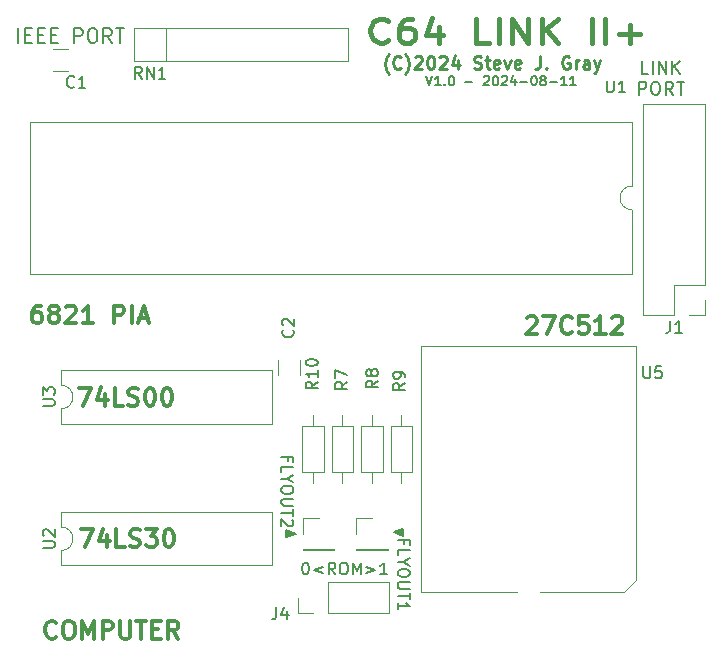
<source format=gbr>
%TF.GenerationSoftware,KiCad,Pcbnew,8.0.4*%
%TF.CreationDate,2024-08-11T23:39:21-04:00*%
%TF.ProjectId,RTC-Link2p,5254432d-4c69-46e6-9b32-702e6b696361,rev?*%
%TF.SameCoordinates,Original*%
%TF.FileFunction,Legend,Top*%
%TF.FilePolarity,Positive*%
%FSLAX46Y46*%
G04 Gerber Fmt 4.6, Leading zero omitted, Abs format (unit mm)*
G04 Created by KiCad (PCBNEW 8.0.4) date 2024-08-11 23:39:21*
%MOMM*%
%LPD*%
G01*
G04 APERTURE LIST*
%ADD10C,0.150000*%
%ADD11C,0.300000*%
%ADD12C,0.220000*%
%ADD13C,0.200000*%
%ADD14C,0.400000*%
%ADD15C,0.120000*%
G04 APERTURE END LIST*
D10*
X147802600Y-99237800D02*
X146989800Y-99517200D01*
X146989800Y-98933000D01*
X147802600Y-99237800D01*
G36*
X147802600Y-99237800D02*
G01*
X146989800Y-99517200D01*
X146989800Y-98933000D01*
X147802600Y-99237800D01*
G37*
X156921200Y-99415600D02*
X156108400Y-99110800D01*
X156921200Y-98831400D01*
X156921200Y-99415600D01*
G36*
X156921200Y-99415600D02*
G01*
X156108400Y-99110800D01*
X156921200Y-98831400D01*
X156921200Y-99415600D01*
G37*
X148583855Y-101663619D02*
X148679093Y-101663619D01*
X148679093Y-101663619D02*
X148774331Y-101711238D01*
X148774331Y-101711238D02*
X148821950Y-101758857D01*
X148821950Y-101758857D02*
X148869569Y-101854095D01*
X148869569Y-101854095D02*
X148917188Y-102044571D01*
X148917188Y-102044571D02*
X148917188Y-102282666D01*
X148917188Y-102282666D02*
X148869569Y-102473142D01*
X148869569Y-102473142D02*
X148821950Y-102568380D01*
X148821950Y-102568380D02*
X148774331Y-102616000D01*
X148774331Y-102616000D02*
X148679093Y-102663619D01*
X148679093Y-102663619D02*
X148583855Y-102663619D01*
X148583855Y-102663619D02*
X148488617Y-102616000D01*
X148488617Y-102616000D02*
X148440998Y-102568380D01*
X148440998Y-102568380D02*
X148393379Y-102473142D01*
X148393379Y-102473142D02*
X148345760Y-102282666D01*
X148345760Y-102282666D02*
X148345760Y-102044571D01*
X148345760Y-102044571D02*
X148393379Y-101854095D01*
X148393379Y-101854095D02*
X148440998Y-101758857D01*
X148440998Y-101758857D02*
X148488617Y-101711238D01*
X148488617Y-101711238D02*
X148583855Y-101663619D01*
X150107665Y-101996952D02*
X149345760Y-102282666D01*
X149345760Y-102282666D02*
X150107665Y-102568380D01*
X151155283Y-102663619D02*
X150821950Y-102187428D01*
X150583855Y-102663619D02*
X150583855Y-101663619D01*
X150583855Y-101663619D02*
X150964807Y-101663619D01*
X150964807Y-101663619D02*
X151060045Y-101711238D01*
X151060045Y-101711238D02*
X151107664Y-101758857D01*
X151107664Y-101758857D02*
X151155283Y-101854095D01*
X151155283Y-101854095D02*
X151155283Y-101996952D01*
X151155283Y-101996952D02*
X151107664Y-102092190D01*
X151107664Y-102092190D02*
X151060045Y-102139809D01*
X151060045Y-102139809D02*
X150964807Y-102187428D01*
X150964807Y-102187428D02*
X150583855Y-102187428D01*
X151774331Y-101663619D02*
X151964807Y-101663619D01*
X151964807Y-101663619D02*
X152060045Y-101711238D01*
X152060045Y-101711238D02*
X152155283Y-101806476D01*
X152155283Y-101806476D02*
X152202902Y-101996952D01*
X152202902Y-101996952D02*
X152202902Y-102330285D01*
X152202902Y-102330285D02*
X152155283Y-102520761D01*
X152155283Y-102520761D02*
X152060045Y-102616000D01*
X152060045Y-102616000D02*
X151964807Y-102663619D01*
X151964807Y-102663619D02*
X151774331Y-102663619D01*
X151774331Y-102663619D02*
X151679093Y-102616000D01*
X151679093Y-102616000D02*
X151583855Y-102520761D01*
X151583855Y-102520761D02*
X151536236Y-102330285D01*
X151536236Y-102330285D02*
X151536236Y-101996952D01*
X151536236Y-101996952D02*
X151583855Y-101806476D01*
X151583855Y-101806476D02*
X151679093Y-101711238D01*
X151679093Y-101711238D02*
X151774331Y-101663619D01*
X152631474Y-102663619D02*
X152631474Y-101663619D01*
X152631474Y-101663619D02*
X152964807Y-102377904D01*
X152964807Y-102377904D02*
X153298140Y-101663619D01*
X153298140Y-101663619D02*
X153298140Y-102663619D01*
X153774331Y-101996952D02*
X154536236Y-102282666D01*
X154536236Y-102282666D02*
X153774331Y-102568380D01*
X155536235Y-102663619D02*
X154964807Y-102663619D01*
X155250521Y-102663619D02*
X155250521Y-101663619D01*
X155250521Y-101663619D02*
X155155283Y-101806476D01*
X155155283Y-101806476D02*
X155060045Y-101901714D01*
X155060045Y-101901714D02*
X154964807Y-101949333D01*
D11*
X126197368Y-79900828D02*
X125911653Y-79900828D01*
X125911653Y-79900828D02*
X125768796Y-79972257D01*
X125768796Y-79972257D02*
X125697368Y-80043685D01*
X125697368Y-80043685D02*
X125554510Y-80257971D01*
X125554510Y-80257971D02*
X125483082Y-80543685D01*
X125483082Y-80543685D02*
X125483082Y-81115114D01*
X125483082Y-81115114D02*
X125554510Y-81257971D01*
X125554510Y-81257971D02*
X125625939Y-81329400D01*
X125625939Y-81329400D02*
X125768796Y-81400828D01*
X125768796Y-81400828D02*
X126054510Y-81400828D01*
X126054510Y-81400828D02*
X126197368Y-81329400D01*
X126197368Y-81329400D02*
X126268796Y-81257971D01*
X126268796Y-81257971D02*
X126340225Y-81115114D01*
X126340225Y-81115114D02*
X126340225Y-80757971D01*
X126340225Y-80757971D02*
X126268796Y-80615114D01*
X126268796Y-80615114D02*
X126197368Y-80543685D01*
X126197368Y-80543685D02*
X126054510Y-80472257D01*
X126054510Y-80472257D02*
X125768796Y-80472257D01*
X125768796Y-80472257D02*
X125625939Y-80543685D01*
X125625939Y-80543685D02*
X125554510Y-80615114D01*
X125554510Y-80615114D02*
X125483082Y-80757971D01*
X127197367Y-80543685D02*
X127054510Y-80472257D01*
X127054510Y-80472257D02*
X126983081Y-80400828D01*
X126983081Y-80400828D02*
X126911653Y-80257971D01*
X126911653Y-80257971D02*
X126911653Y-80186542D01*
X126911653Y-80186542D02*
X126983081Y-80043685D01*
X126983081Y-80043685D02*
X127054510Y-79972257D01*
X127054510Y-79972257D02*
X127197367Y-79900828D01*
X127197367Y-79900828D02*
X127483081Y-79900828D01*
X127483081Y-79900828D02*
X127625939Y-79972257D01*
X127625939Y-79972257D02*
X127697367Y-80043685D01*
X127697367Y-80043685D02*
X127768796Y-80186542D01*
X127768796Y-80186542D02*
X127768796Y-80257971D01*
X127768796Y-80257971D02*
X127697367Y-80400828D01*
X127697367Y-80400828D02*
X127625939Y-80472257D01*
X127625939Y-80472257D02*
X127483081Y-80543685D01*
X127483081Y-80543685D02*
X127197367Y-80543685D01*
X127197367Y-80543685D02*
X127054510Y-80615114D01*
X127054510Y-80615114D02*
X126983081Y-80686542D01*
X126983081Y-80686542D02*
X126911653Y-80829400D01*
X126911653Y-80829400D02*
X126911653Y-81115114D01*
X126911653Y-81115114D02*
X126983081Y-81257971D01*
X126983081Y-81257971D02*
X127054510Y-81329400D01*
X127054510Y-81329400D02*
X127197367Y-81400828D01*
X127197367Y-81400828D02*
X127483081Y-81400828D01*
X127483081Y-81400828D02*
X127625939Y-81329400D01*
X127625939Y-81329400D02*
X127697367Y-81257971D01*
X127697367Y-81257971D02*
X127768796Y-81115114D01*
X127768796Y-81115114D02*
X127768796Y-80829400D01*
X127768796Y-80829400D02*
X127697367Y-80686542D01*
X127697367Y-80686542D02*
X127625939Y-80615114D01*
X127625939Y-80615114D02*
X127483081Y-80543685D01*
X128340224Y-80043685D02*
X128411652Y-79972257D01*
X128411652Y-79972257D02*
X128554510Y-79900828D01*
X128554510Y-79900828D02*
X128911652Y-79900828D01*
X128911652Y-79900828D02*
X129054510Y-79972257D01*
X129054510Y-79972257D02*
X129125938Y-80043685D01*
X129125938Y-80043685D02*
X129197367Y-80186542D01*
X129197367Y-80186542D02*
X129197367Y-80329400D01*
X129197367Y-80329400D02*
X129125938Y-80543685D01*
X129125938Y-80543685D02*
X128268795Y-81400828D01*
X128268795Y-81400828D02*
X129197367Y-81400828D01*
X130625938Y-81400828D02*
X129768795Y-81400828D01*
X130197366Y-81400828D02*
X130197366Y-79900828D01*
X130197366Y-79900828D02*
X130054509Y-80115114D01*
X130054509Y-80115114D02*
X129911652Y-80257971D01*
X129911652Y-80257971D02*
X129768795Y-80329400D01*
X132411651Y-81400828D02*
X132411651Y-79900828D01*
X132411651Y-79900828D02*
X132983080Y-79900828D01*
X132983080Y-79900828D02*
X133125937Y-79972257D01*
X133125937Y-79972257D02*
X133197366Y-80043685D01*
X133197366Y-80043685D02*
X133268794Y-80186542D01*
X133268794Y-80186542D02*
X133268794Y-80400828D01*
X133268794Y-80400828D02*
X133197366Y-80543685D01*
X133197366Y-80543685D02*
X133125937Y-80615114D01*
X133125937Y-80615114D02*
X132983080Y-80686542D01*
X132983080Y-80686542D02*
X132411651Y-80686542D01*
X133911651Y-81400828D02*
X133911651Y-79900828D01*
X134554509Y-80972257D02*
X135268795Y-80972257D01*
X134411652Y-81400828D02*
X134911652Y-79900828D01*
X134911652Y-79900828D02*
X135411652Y-81400828D01*
D10*
X147110390Y-93024512D02*
X147110390Y-92691179D01*
X146586580Y-92691179D02*
X147586580Y-92691179D01*
X147586580Y-92691179D02*
X147586580Y-93167369D01*
X146586580Y-94024512D02*
X146586580Y-93548322D01*
X146586580Y-93548322D02*
X147586580Y-93548322D01*
X147062771Y-94548322D02*
X146586580Y-94548322D01*
X147586580Y-94214989D02*
X147062771Y-94548322D01*
X147062771Y-94548322D02*
X147586580Y-94881655D01*
X147586580Y-95405465D02*
X147586580Y-95595941D01*
X147586580Y-95595941D02*
X147538961Y-95691179D01*
X147538961Y-95691179D02*
X147443723Y-95786417D01*
X147443723Y-95786417D02*
X147253247Y-95834036D01*
X147253247Y-95834036D02*
X146919914Y-95834036D01*
X146919914Y-95834036D02*
X146729438Y-95786417D01*
X146729438Y-95786417D02*
X146634200Y-95691179D01*
X146634200Y-95691179D02*
X146586580Y-95595941D01*
X146586580Y-95595941D02*
X146586580Y-95405465D01*
X146586580Y-95405465D02*
X146634200Y-95310227D01*
X146634200Y-95310227D02*
X146729438Y-95214989D01*
X146729438Y-95214989D02*
X146919914Y-95167370D01*
X146919914Y-95167370D02*
X147253247Y-95167370D01*
X147253247Y-95167370D02*
X147443723Y-95214989D01*
X147443723Y-95214989D02*
X147538961Y-95310227D01*
X147538961Y-95310227D02*
X147586580Y-95405465D01*
X147586580Y-96262608D02*
X146777057Y-96262608D01*
X146777057Y-96262608D02*
X146681819Y-96310227D01*
X146681819Y-96310227D02*
X146634200Y-96357846D01*
X146634200Y-96357846D02*
X146586580Y-96453084D01*
X146586580Y-96453084D02*
X146586580Y-96643560D01*
X146586580Y-96643560D02*
X146634200Y-96738798D01*
X146634200Y-96738798D02*
X146681819Y-96786417D01*
X146681819Y-96786417D02*
X146777057Y-96834036D01*
X146777057Y-96834036D02*
X147586580Y-96834036D01*
X147586580Y-97167370D02*
X147586580Y-97738798D01*
X146586580Y-97453084D02*
X147586580Y-97453084D01*
X147491342Y-98024513D02*
X147538961Y-98072132D01*
X147538961Y-98072132D02*
X147586580Y-98167370D01*
X147586580Y-98167370D02*
X147586580Y-98405465D01*
X147586580Y-98405465D02*
X147538961Y-98500703D01*
X147538961Y-98500703D02*
X147491342Y-98548322D01*
X147491342Y-98548322D02*
X147396104Y-98595941D01*
X147396104Y-98595941D02*
X147300866Y-98595941D01*
X147300866Y-98595941D02*
X147158009Y-98548322D01*
X147158009Y-98548322D02*
X146586580Y-97976894D01*
X146586580Y-97976894D02*
X146586580Y-98595941D01*
D11*
X127511653Y-107957971D02*
X127440225Y-108029400D01*
X127440225Y-108029400D02*
X127225939Y-108100828D01*
X127225939Y-108100828D02*
X127083082Y-108100828D01*
X127083082Y-108100828D02*
X126868796Y-108029400D01*
X126868796Y-108029400D02*
X126725939Y-107886542D01*
X126725939Y-107886542D02*
X126654510Y-107743685D01*
X126654510Y-107743685D02*
X126583082Y-107457971D01*
X126583082Y-107457971D02*
X126583082Y-107243685D01*
X126583082Y-107243685D02*
X126654510Y-106957971D01*
X126654510Y-106957971D02*
X126725939Y-106815114D01*
X126725939Y-106815114D02*
X126868796Y-106672257D01*
X126868796Y-106672257D02*
X127083082Y-106600828D01*
X127083082Y-106600828D02*
X127225939Y-106600828D01*
X127225939Y-106600828D02*
X127440225Y-106672257D01*
X127440225Y-106672257D02*
X127511653Y-106743685D01*
X128440225Y-106600828D02*
X128725939Y-106600828D01*
X128725939Y-106600828D02*
X128868796Y-106672257D01*
X128868796Y-106672257D02*
X129011653Y-106815114D01*
X129011653Y-106815114D02*
X129083082Y-107100828D01*
X129083082Y-107100828D02*
X129083082Y-107600828D01*
X129083082Y-107600828D02*
X129011653Y-107886542D01*
X129011653Y-107886542D02*
X128868796Y-108029400D01*
X128868796Y-108029400D02*
X128725939Y-108100828D01*
X128725939Y-108100828D02*
X128440225Y-108100828D01*
X128440225Y-108100828D02*
X128297368Y-108029400D01*
X128297368Y-108029400D02*
X128154510Y-107886542D01*
X128154510Y-107886542D02*
X128083082Y-107600828D01*
X128083082Y-107600828D02*
X128083082Y-107100828D01*
X128083082Y-107100828D02*
X128154510Y-106815114D01*
X128154510Y-106815114D02*
X128297368Y-106672257D01*
X128297368Y-106672257D02*
X128440225Y-106600828D01*
X129725939Y-108100828D02*
X129725939Y-106600828D01*
X129725939Y-106600828D02*
X130225939Y-107672257D01*
X130225939Y-107672257D02*
X130725939Y-106600828D01*
X130725939Y-106600828D02*
X130725939Y-108100828D01*
X131440225Y-108100828D02*
X131440225Y-106600828D01*
X131440225Y-106600828D02*
X132011654Y-106600828D01*
X132011654Y-106600828D02*
X132154511Y-106672257D01*
X132154511Y-106672257D02*
X132225940Y-106743685D01*
X132225940Y-106743685D02*
X132297368Y-106886542D01*
X132297368Y-106886542D02*
X132297368Y-107100828D01*
X132297368Y-107100828D02*
X132225940Y-107243685D01*
X132225940Y-107243685D02*
X132154511Y-107315114D01*
X132154511Y-107315114D02*
X132011654Y-107386542D01*
X132011654Y-107386542D02*
X131440225Y-107386542D01*
X132940225Y-106600828D02*
X132940225Y-107815114D01*
X132940225Y-107815114D02*
X133011654Y-107957971D01*
X133011654Y-107957971D02*
X133083083Y-108029400D01*
X133083083Y-108029400D02*
X133225940Y-108100828D01*
X133225940Y-108100828D02*
X133511654Y-108100828D01*
X133511654Y-108100828D02*
X133654511Y-108029400D01*
X133654511Y-108029400D02*
X133725940Y-107957971D01*
X133725940Y-107957971D02*
X133797368Y-107815114D01*
X133797368Y-107815114D02*
X133797368Y-106600828D01*
X134297369Y-106600828D02*
X135154512Y-106600828D01*
X134725940Y-108100828D02*
X134725940Y-106600828D01*
X135654511Y-107315114D02*
X136154511Y-107315114D01*
X136368797Y-108100828D02*
X135654511Y-108100828D01*
X135654511Y-108100828D02*
X135654511Y-106600828D01*
X135654511Y-106600828D02*
X136368797Y-106600828D01*
X137868797Y-108100828D02*
X137368797Y-107386542D01*
X137011654Y-108100828D02*
X137011654Y-106600828D01*
X137011654Y-106600828D02*
X137583083Y-106600828D01*
X137583083Y-106600828D02*
X137725940Y-106672257D01*
X137725940Y-106672257D02*
X137797369Y-106743685D01*
X137797369Y-106743685D02*
X137868797Y-106886542D01*
X137868797Y-106886542D02*
X137868797Y-107100828D01*
X137868797Y-107100828D02*
X137797369Y-107243685D01*
X137797369Y-107243685D02*
X137725940Y-107315114D01*
X137725940Y-107315114D02*
X137583083Y-107386542D01*
X137583083Y-107386542D02*
X137011654Y-107386542D01*
D12*
X155666582Y-60293188D02*
X155614201Y-60240807D01*
X155614201Y-60240807D02*
X155509439Y-60083664D01*
X155509439Y-60083664D02*
X155457058Y-59978902D01*
X155457058Y-59978902D02*
X155404677Y-59821760D01*
X155404677Y-59821760D02*
X155352296Y-59559855D01*
X155352296Y-59559855D02*
X155352296Y-59350331D01*
X155352296Y-59350331D02*
X155404677Y-59088426D01*
X155404677Y-59088426D02*
X155457058Y-58931283D01*
X155457058Y-58931283D02*
X155509439Y-58826521D01*
X155509439Y-58826521D02*
X155614201Y-58669379D01*
X155614201Y-58669379D02*
X155666582Y-58616998D01*
X156714201Y-59769379D02*
X156661820Y-59821760D01*
X156661820Y-59821760D02*
X156504677Y-59874140D01*
X156504677Y-59874140D02*
X156399915Y-59874140D01*
X156399915Y-59874140D02*
X156242772Y-59821760D01*
X156242772Y-59821760D02*
X156138010Y-59716998D01*
X156138010Y-59716998D02*
X156085629Y-59612236D01*
X156085629Y-59612236D02*
X156033248Y-59402712D01*
X156033248Y-59402712D02*
X156033248Y-59245569D01*
X156033248Y-59245569D02*
X156085629Y-59036045D01*
X156085629Y-59036045D02*
X156138010Y-58931283D01*
X156138010Y-58931283D02*
X156242772Y-58826521D01*
X156242772Y-58826521D02*
X156399915Y-58774140D01*
X156399915Y-58774140D02*
X156504677Y-58774140D01*
X156504677Y-58774140D02*
X156661820Y-58826521D01*
X156661820Y-58826521D02*
X156714201Y-58878902D01*
X157080867Y-60293188D02*
X157133248Y-60240807D01*
X157133248Y-60240807D02*
X157238010Y-60083664D01*
X157238010Y-60083664D02*
X157290391Y-59978902D01*
X157290391Y-59978902D02*
X157342772Y-59821760D01*
X157342772Y-59821760D02*
X157395153Y-59559855D01*
X157395153Y-59559855D02*
X157395153Y-59350331D01*
X157395153Y-59350331D02*
X157342772Y-59088426D01*
X157342772Y-59088426D02*
X157290391Y-58931283D01*
X157290391Y-58931283D02*
X157238010Y-58826521D01*
X157238010Y-58826521D02*
X157133248Y-58669379D01*
X157133248Y-58669379D02*
X157080867Y-58616998D01*
X157866581Y-58878902D02*
X157918962Y-58826521D01*
X157918962Y-58826521D02*
X158023724Y-58774140D01*
X158023724Y-58774140D02*
X158285629Y-58774140D01*
X158285629Y-58774140D02*
X158390391Y-58826521D01*
X158390391Y-58826521D02*
X158442772Y-58878902D01*
X158442772Y-58878902D02*
X158495153Y-58983664D01*
X158495153Y-58983664D02*
X158495153Y-59088426D01*
X158495153Y-59088426D02*
X158442772Y-59245569D01*
X158442772Y-59245569D02*
X157814200Y-59874140D01*
X157814200Y-59874140D02*
X158495153Y-59874140D01*
X159176105Y-58774140D02*
X159280867Y-58774140D01*
X159280867Y-58774140D02*
X159385629Y-58826521D01*
X159385629Y-58826521D02*
X159438010Y-58878902D01*
X159438010Y-58878902D02*
X159490391Y-58983664D01*
X159490391Y-58983664D02*
X159542772Y-59193188D01*
X159542772Y-59193188D02*
X159542772Y-59455093D01*
X159542772Y-59455093D02*
X159490391Y-59664617D01*
X159490391Y-59664617D02*
X159438010Y-59769379D01*
X159438010Y-59769379D02*
X159385629Y-59821760D01*
X159385629Y-59821760D02*
X159280867Y-59874140D01*
X159280867Y-59874140D02*
X159176105Y-59874140D01*
X159176105Y-59874140D02*
X159071343Y-59821760D01*
X159071343Y-59821760D02*
X159018962Y-59769379D01*
X159018962Y-59769379D02*
X158966581Y-59664617D01*
X158966581Y-59664617D02*
X158914200Y-59455093D01*
X158914200Y-59455093D02*
X158914200Y-59193188D01*
X158914200Y-59193188D02*
X158966581Y-58983664D01*
X158966581Y-58983664D02*
X159018962Y-58878902D01*
X159018962Y-58878902D02*
X159071343Y-58826521D01*
X159071343Y-58826521D02*
X159176105Y-58774140D01*
X159961819Y-58878902D02*
X160014200Y-58826521D01*
X160014200Y-58826521D02*
X160118962Y-58774140D01*
X160118962Y-58774140D02*
X160380867Y-58774140D01*
X160380867Y-58774140D02*
X160485629Y-58826521D01*
X160485629Y-58826521D02*
X160538010Y-58878902D01*
X160538010Y-58878902D02*
X160590391Y-58983664D01*
X160590391Y-58983664D02*
X160590391Y-59088426D01*
X160590391Y-59088426D02*
X160538010Y-59245569D01*
X160538010Y-59245569D02*
X159909438Y-59874140D01*
X159909438Y-59874140D02*
X160590391Y-59874140D01*
X161533248Y-59140807D02*
X161533248Y-59874140D01*
X161271343Y-58721760D02*
X161009438Y-59507474D01*
X161009438Y-59507474D02*
X161690391Y-59507474D01*
X162895152Y-59821760D02*
X163052295Y-59874140D01*
X163052295Y-59874140D02*
X163314200Y-59874140D01*
X163314200Y-59874140D02*
X163418962Y-59821760D01*
X163418962Y-59821760D02*
X163471343Y-59769379D01*
X163471343Y-59769379D02*
X163523724Y-59664617D01*
X163523724Y-59664617D02*
X163523724Y-59559855D01*
X163523724Y-59559855D02*
X163471343Y-59455093D01*
X163471343Y-59455093D02*
X163418962Y-59402712D01*
X163418962Y-59402712D02*
X163314200Y-59350331D01*
X163314200Y-59350331D02*
X163104676Y-59297950D01*
X163104676Y-59297950D02*
X162999914Y-59245569D01*
X162999914Y-59245569D02*
X162947533Y-59193188D01*
X162947533Y-59193188D02*
X162895152Y-59088426D01*
X162895152Y-59088426D02*
X162895152Y-58983664D01*
X162895152Y-58983664D02*
X162947533Y-58878902D01*
X162947533Y-58878902D02*
X162999914Y-58826521D01*
X162999914Y-58826521D02*
X163104676Y-58774140D01*
X163104676Y-58774140D02*
X163366581Y-58774140D01*
X163366581Y-58774140D02*
X163523724Y-58826521D01*
X163838009Y-59140807D02*
X164257057Y-59140807D01*
X163995152Y-58774140D02*
X163995152Y-59716998D01*
X163995152Y-59716998D02*
X164047533Y-59821760D01*
X164047533Y-59821760D02*
X164152295Y-59874140D01*
X164152295Y-59874140D02*
X164257057Y-59874140D01*
X165042771Y-59821760D02*
X164938009Y-59874140D01*
X164938009Y-59874140D02*
X164728485Y-59874140D01*
X164728485Y-59874140D02*
X164623723Y-59821760D01*
X164623723Y-59821760D02*
X164571342Y-59716998D01*
X164571342Y-59716998D02*
X164571342Y-59297950D01*
X164571342Y-59297950D02*
X164623723Y-59193188D01*
X164623723Y-59193188D02*
X164728485Y-59140807D01*
X164728485Y-59140807D02*
X164938009Y-59140807D01*
X164938009Y-59140807D02*
X165042771Y-59193188D01*
X165042771Y-59193188D02*
X165095152Y-59297950D01*
X165095152Y-59297950D02*
X165095152Y-59402712D01*
X165095152Y-59402712D02*
X164571342Y-59507474D01*
X165461818Y-59140807D02*
X165723723Y-59874140D01*
X165723723Y-59874140D02*
X165985628Y-59140807D01*
X166823723Y-59821760D02*
X166718961Y-59874140D01*
X166718961Y-59874140D02*
X166509437Y-59874140D01*
X166509437Y-59874140D02*
X166404675Y-59821760D01*
X166404675Y-59821760D02*
X166352294Y-59716998D01*
X166352294Y-59716998D02*
X166352294Y-59297950D01*
X166352294Y-59297950D02*
X166404675Y-59193188D01*
X166404675Y-59193188D02*
X166509437Y-59140807D01*
X166509437Y-59140807D02*
X166718961Y-59140807D01*
X166718961Y-59140807D02*
X166823723Y-59193188D01*
X166823723Y-59193188D02*
X166876104Y-59297950D01*
X166876104Y-59297950D02*
X166876104Y-59402712D01*
X166876104Y-59402712D02*
X166352294Y-59507474D01*
X168499913Y-58774140D02*
X168499913Y-59559855D01*
X168499913Y-59559855D02*
X168447532Y-59716998D01*
X168447532Y-59716998D02*
X168342770Y-59821760D01*
X168342770Y-59821760D02*
X168185627Y-59874140D01*
X168185627Y-59874140D02*
X168080865Y-59874140D01*
X169023722Y-59769379D02*
X169076103Y-59821760D01*
X169076103Y-59821760D02*
X169023722Y-59874140D01*
X169023722Y-59874140D02*
X168971341Y-59821760D01*
X168971341Y-59821760D02*
X169023722Y-59769379D01*
X169023722Y-59769379D02*
X169023722Y-59874140D01*
X170961818Y-58826521D02*
X170857056Y-58774140D01*
X170857056Y-58774140D02*
X170699913Y-58774140D01*
X170699913Y-58774140D02*
X170542770Y-58826521D01*
X170542770Y-58826521D02*
X170438008Y-58931283D01*
X170438008Y-58931283D02*
X170385627Y-59036045D01*
X170385627Y-59036045D02*
X170333246Y-59245569D01*
X170333246Y-59245569D02*
X170333246Y-59402712D01*
X170333246Y-59402712D02*
X170385627Y-59612236D01*
X170385627Y-59612236D02*
X170438008Y-59716998D01*
X170438008Y-59716998D02*
X170542770Y-59821760D01*
X170542770Y-59821760D02*
X170699913Y-59874140D01*
X170699913Y-59874140D02*
X170804675Y-59874140D01*
X170804675Y-59874140D02*
X170961818Y-59821760D01*
X170961818Y-59821760D02*
X171014199Y-59769379D01*
X171014199Y-59769379D02*
X171014199Y-59402712D01*
X171014199Y-59402712D02*
X170804675Y-59402712D01*
X171485627Y-59874140D02*
X171485627Y-59140807D01*
X171485627Y-59350331D02*
X171538008Y-59245569D01*
X171538008Y-59245569D02*
X171590389Y-59193188D01*
X171590389Y-59193188D02*
X171695151Y-59140807D01*
X171695151Y-59140807D02*
X171799913Y-59140807D01*
X172638008Y-59874140D02*
X172638008Y-59297950D01*
X172638008Y-59297950D02*
X172585627Y-59193188D01*
X172585627Y-59193188D02*
X172480865Y-59140807D01*
X172480865Y-59140807D02*
X172271341Y-59140807D01*
X172271341Y-59140807D02*
X172166579Y-59193188D01*
X172638008Y-59821760D02*
X172533246Y-59874140D01*
X172533246Y-59874140D02*
X172271341Y-59874140D01*
X172271341Y-59874140D02*
X172166579Y-59821760D01*
X172166579Y-59821760D02*
X172114198Y-59716998D01*
X172114198Y-59716998D02*
X172114198Y-59612236D01*
X172114198Y-59612236D02*
X172166579Y-59507474D01*
X172166579Y-59507474D02*
X172271341Y-59455093D01*
X172271341Y-59455093D02*
X172533246Y-59455093D01*
X172533246Y-59455093D02*
X172638008Y-59402712D01*
X173057055Y-59140807D02*
X173318960Y-59874140D01*
X173580865Y-59140807D02*
X173318960Y-59874140D01*
X173318960Y-59874140D02*
X173214198Y-60136045D01*
X173214198Y-60136045D02*
X173161817Y-60188426D01*
X173161817Y-60188426D02*
X173057055Y-60240807D01*
D10*
X156965590Y-100060312D02*
X156965590Y-99726979D01*
X156441780Y-99726979D02*
X157441780Y-99726979D01*
X157441780Y-99726979D02*
X157441780Y-100203169D01*
X156441780Y-101060312D02*
X156441780Y-100584122D01*
X156441780Y-100584122D02*
X157441780Y-100584122D01*
X156917971Y-101584122D02*
X156441780Y-101584122D01*
X157441780Y-101250789D02*
X156917971Y-101584122D01*
X156917971Y-101584122D02*
X157441780Y-101917455D01*
X157441780Y-102441265D02*
X157441780Y-102631741D01*
X157441780Y-102631741D02*
X157394161Y-102726979D01*
X157394161Y-102726979D02*
X157298923Y-102822217D01*
X157298923Y-102822217D02*
X157108447Y-102869836D01*
X157108447Y-102869836D02*
X156775114Y-102869836D01*
X156775114Y-102869836D02*
X156584638Y-102822217D01*
X156584638Y-102822217D02*
X156489400Y-102726979D01*
X156489400Y-102726979D02*
X156441780Y-102631741D01*
X156441780Y-102631741D02*
X156441780Y-102441265D01*
X156441780Y-102441265D02*
X156489400Y-102346027D01*
X156489400Y-102346027D02*
X156584638Y-102250789D01*
X156584638Y-102250789D02*
X156775114Y-102203170D01*
X156775114Y-102203170D02*
X157108447Y-102203170D01*
X157108447Y-102203170D02*
X157298923Y-102250789D01*
X157298923Y-102250789D02*
X157394161Y-102346027D01*
X157394161Y-102346027D02*
X157441780Y-102441265D01*
X157441780Y-103298408D02*
X156632257Y-103298408D01*
X156632257Y-103298408D02*
X156537019Y-103346027D01*
X156537019Y-103346027D02*
X156489400Y-103393646D01*
X156489400Y-103393646D02*
X156441780Y-103488884D01*
X156441780Y-103488884D02*
X156441780Y-103679360D01*
X156441780Y-103679360D02*
X156489400Y-103774598D01*
X156489400Y-103774598D02*
X156537019Y-103822217D01*
X156537019Y-103822217D02*
X156632257Y-103869836D01*
X156632257Y-103869836D02*
X157441780Y-103869836D01*
X157441780Y-104203170D02*
X157441780Y-104774598D01*
X156441780Y-104488884D02*
X157441780Y-104488884D01*
X156441780Y-105631741D02*
X156441780Y-105060313D01*
X156441780Y-105346027D02*
X157441780Y-105346027D01*
X157441780Y-105346027D02*
X157298923Y-105250789D01*
X157298923Y-105250789D02*
X157203685Y-105155551D01*
X157203685Y-105155551D02*
X157156066Y-105060313D01*
D13*
X124317292Y-57642742D02*
X124317292Y-56442742D01*
X124888721Y-57014171D02*
X125288721Y-57014171D01*
X125460149Y-57642742D02*
X124888721Y-57642742D01*
X124888721Y-57642742D02*
X124888721Y-56442742D01*
X124888721Y-56442742D02*
X125460149Y-56442742D01*
X125974435Y-57014171D02*
X126374435Y-57014171D01*
X126545863Y-57642742D02*
X125974435Y-57642742D01*
X125974435Y-57642742D02*
X125974435Y-56442742D01*
X125974435Y-56442742D02*
X126545863Y-56442742D01*
X127060149Y-57014171D02*
X127460149Y-57014171D01*
X127631577Y-57642742D02*
X127060149Y-57642742D01*
X127060149Y-57642742D02*
X127060149Y-56442742D01*
X127060149Y-56442742D02*
X127631577Y-56442742D01*
X129060149Y-57642742D02*
X129060149Y-56442742D01*
X129060149Y-56442742D02*
X129517292Y-56442742D01*
X129517292Y-56442742D02*
X129631577Y-56499885D01*
X129631577Y-56499885D02*
X129688720Y-56557028D01*
X129688720Y-56557028D02*
X129745863Y-56671314D01*
X129745863Y-56671314D02*
X129745863Y-56842742D01*
X129745863Y-56842742D02*
X129688720Y-56957028D01*
X129688720Y-56957028D02*
X129631577Y-57014171D01*
X129631577Y-57014171D02*
X129517292Y-57071314D01*
X129517292Y-57071314D02*
X129060149Y-57071314D01*
X130488720Y-56442742D02*
X130717292Y-56442742D01*
X130717292Y-56442742D02*
X130831577Y-56499885D01*
X130831577Y-56499885D02*
X130945863Y-56614171D01*
X130945863Y-56614171D02*
X131003006Y-56842742D01*
X131003006Y-56842742D02*
X131003006Y-57242742D01*
X131003006Y-57242742D02*
X130945863Y-57471314D01*
X130945863Y-57471314D02*
X130831577Y-57585600D01*
X130831577Y-57585600D02*
X130717292Y-57642742D01*
X130717292Y-57642742D02*
X130488720Y-57642742D01*
X130488720Y-57642742D02*
X130374435Y-57585600D01*
X130374435Y-57585600D02*
X130260149Y-57471314D01*
X130260149Y-57471314D02*
X130203006Y-57242742D01*
X130203006Y-57242742D02*
X130203006Y-56842742D01*
X130203006Y-56842742D02*
X130260149Y-56614171D01*
X130260149Y-56614171D02*
X130374435Y-56499885D01*
X130374435Y-56499885D02*
X130488720Y-56442742D01*
X132203006Y-57642742D02*
X131803006Y-57071314D01*
X131517292Y-57642742D02*
X131517292Y-56442742D01*
X131517292Y-56442742D02*
X131974435Y-56442742D01*
X131974435Y-56442742D02*
X132088720Y-56499885D01*
X132088720Y-56499885D02*
X132145863Y-56557028D01*
X132145863Y-56557028D02*
X132203006Y-56671314D01*
X132203006Y-56671314D02*
X132203006Y-56842742D01*
X132203006Y-56842742D02*
X132145863Y-56957028D01*
X132145863Y-56957028D02*
X132088720Y-57014171D01*
X132088720Y-57014171D02*
X131974435Y-57071314D01*
X131974435Y-57071314D02*
X131517292Y-57071314D01*
X132545863Y-56442742D02*
X133231578Y-56442742D01*
X132888720Y-57642742D02*
X132888720Y-56442742D01*
D11*
X129469053Y-86870628D02*
X130469053Y-86870628D01*
X130469053Y-86870628D02*
X129826196Y-88370628D01*
X131683339Y-87370628D02*
X131683339Y-88370628D01*
X131326196Y-86799200D02*
X130969053Y-87870628D01*
X130969053Y-87870628D02*
X131897624Y-87870628D01*
X133183338Y-88370628D02*
X132469052Y-88370628D01*
X132469052Y-88370628D02*
X132469052Y-86870628D01*
X133611910Y-88299200D02*
X133826196Y-88370628D01*
X133826196Y-88370628D02*
X134183338Y-88370628D01*
X134183338Y-88370628D02*
X134326196Y-88299200D01*
X134326196Y-88299200D02*
X134397624Y-88227771D01*
X134397624Y-88227771D02*
X134469053Y-88084914D01*
X134469053Y-88084914D02*
X134469053Y-87942057D01*
X134469053Y-87942057D02*
X134397624Y-87799200D01*
X134397624Y-87799200D02*
X134326196Y-87727771D01*
X134326196Y-87727771D02*
X134183338Y-87656342D01*
X134183338Y-87656342D02*
X133897624Y-87584914D01*
X133897624Y-87584914D02*
X133754767Y-87513485D01*
X133754767Y-87513485D02*
X133683338Y-87442057D01*
X133683338Y-87442057D02*
X133611910Y-87299200D01*
X133611910Y-87299200D02*
X133611910Y-87156342D01*
X133611910Y-87156342D02*
X133683338Y-87013485D01*
X133683338Y-87013485D02*
X133754767Y-86942057D01*
X133754767Y-86942057D02*
X133897624Y-86870628D01*
X133897624Y-86870628D02*
X134254767Y-86870628D01*
X134254767Y-86870628D02*
X134469053Y-86942057D01*
X135397624Y-86870628D02*
X135540481Y-86870628D01*
X135540481Y-86870628D02*
X135683338Y-86942057D01*
X135683338Y-86942057D02*
X135754767Y-87013485D01*
X135754767Y-87013485D02*
X135826195Y-87156342D01*
X135826195Y-87156342D02*
X135897624Y-87442057D01*
X135897624Y-87442057D02*
X135897624Y-87799200D01*
X135897624Y-87799200D02*
X135826195Y-88084914D01*
X135826195Y-88084914D02*
X135754767Y-88227771D01*
X135754767Y-88227771D02*
X135683338Y-88299200D01*
X135683338Y-88299200D02*
X135540481Y-88370628D01*
X135540481Y-88370628D02*
X135397624Y-88370628D01*
X135397624Y-88370628D02*
X135254767Y-88299200D01*
X135254767Y-88299200D02*
X135183338Y-88227771D01*
X135183338Y-88227771D02*
X135111909Y-88084914D01*
X135111909Y-88084914D02*
X135040481Y-87799200D01*
X135040481Y-87799200D02*
X135040481Y-87442057D01*
X135040481Y-87442057D02*
X135111909Y-87156342D01*
X135111909Y-87156342D02*
X135183338Y-87013485D01*
X135183338Y-87013485D02*
X135254767Y-86942057D01*
X135254767Y-86942057D02*
X135397624Y-86870628D01*
X136826195Y-86870628D02*
X136969052Y-86870628D01*
X136969052Y-86870628D02*
X137111909Y-86942057D01*
X137111909Y-86942057D02*
X137183338Y-87013485D01*
X137183338Y-87013485D02*
X137254766Y-87156342D01*
X137254766Y-87156342D02*
X137326195Y-87442057D01*
X137326195Y-87442057D02*
X137326195Y-87799200D01*
X137326195Y-87799200D02*
X137254766Y-88084914D01*
X137254766Y-88084914D02*
X137183338Y-88227771D01*
X137183338Y-88227771D02*
X137111909Y-88299200D01*
X137111909Y-88299200D02*
X136969052Y-88370628D01*
X136969052Y-88370628D02*
X136826195Y-88370628D01*
X136826195Y-88370628D02*
X136683338Y-88299200D01*
X136683338Y-88299200D02*
X136611909Y-88227771D01*
X136611909Y-88227771D02*
X136540480Y-88084914D01*
X136540480Y-88084914D02*
X136469052Y-87799200D01*
X136469052Y-87799200D02*
X136469052Y-87442057D01*
X136469052Y-87442057D02*
X136540480Y-87156342D01*
X136540480Y-87156342D02*
X136611909Y-87013485D01*
X136611909Y-87013485D02*
X136683338Y-86942057D01*
X136683338Y-86942057D02*
X136826195Y-86870628D01*
X129621453Y-98859428D02*
X130621453Y-98859428D01*
X130621453Y-98859428D02*
X129978596Y-100359428D01*
X131835739Y-99359428D02*
X131835739Y-100359428D01*
X131478596Y-98788000D02*
X131121453Y-99859428D01*
X131121453Y-99859428D02*
X132050024Y-99859428D01*
X133335738Y-100359428D02*
X132621452Y-100359428D01*
X132621452Y-100359428D02*
X132621452Y-98859428D01*
X133764310Y-100288000D02*
X133978596Y-100359428D01*
X133978596Y-100359428D02*
X134335738Y-100359428D01*
X134335738Y-100359428D02*
X134478596Y-100288000D01*
X134478596Y-100288000D02*
X134550024Y-100216571D01*
X134550024Y-100216571D02*
X134621453Y-100073714D01*
X134621453Y-100073714D02*
X134621453Y-99930857D01*
X134621453Y-99930857D02*
X134550024Y-99788000D01*
X134550024Y-99788000D02*
X134478596Y-99716571D01*
X134478596Y-99716571D02*
X134335738Y-99645142D01*
X134335738Y-99645142D02*
X134050024Y-99573714D01*
X134050024Y-99573714D02*
X133907167Y-99502285D01*
X133907167Y-99502285D02*
X133835738Y-99430857D01*
X133835738Y-99430857D02*
X133764310Y-99288000D01*
X133764310Y-99288000D02*
X133764310Y-99145142D01*
X133764310Y-99145142D02*
X133835738Y-99002285D01*
X133835738Y-99002285D02*
X133907167Y-98930857D01*
X133907167Y-98930857D02*
X134050024Y-98859428D01*
X134050024Y-98859428D02*
X134407167Y-98859428D01*
X134407167Y-98859428D02*
X134621453Y-98930857D01*
X135121452Y-98859428D02*
X136050024Y-98859428D01*
X136050024Y-98859428D02*
X135550024Y-99430857D01*
X135550024Y-99430857D02*
X135764309Y-99430857D01*
X135764309Y-99430857D02*
X135907167Y-99502285D01*
X135907167Y-99502285D02*
X135978595Y-99573714D01*
X135978595Y-99573714D02*
X136050024Y-99716571D01*
X136050024Y-99716571D02*
X136050024Y-100073714D01*
X136050024Y-100073714D02*
X135978595Y-100216571D01*
X135978595Y-100216571D02*
X135907167Y-100288000D01*
X135907167Y-100288000D02*
X135764309Y-100359428D01*
X135764309Y-100359428D02*
X135335738Y-100359428D01*
X135335738Y-100359428D02*
X135192881Y-100288000D01*
X135192881Y-100288000D02*
X135121452Y-100216571D01*
X136978595Y-98859428D02*
X137121452Y-98859428D01*
X137121452Y-98859428D02*
X137264309Y-98930857D01*
X137264309Y-98930857D02*
X137335738Y-99002285D01*
X137335738Y-99002285D02*
X137407166Y-99145142D01*
X137407166Y-99145142D02*
X137478595Y-99430857D01*
X137478595Y-99430857D02*
X137478595Y-99788000D01*
X137478595Y-99788000D02*
X137407166Y-100073714D01*
X137407166Y-100073714D02*
X137335738Y-100216571D01*
X137335738Y-100216571D02*
X137264309Y-100288000D01*
X137264309Y-100288000D02*
X137121452Y-100359428D01*
X137121452Y-100359428D02*
X136978595Y-100359428D01*
X136978595Y-100359428D02*
X136835738Y-100288000D01*
X136835738Y-100288000D02*
X136764309Y-100216571D01*
X136764309Y-100216571D02*
X136692880Y-100073714D01*
X136692880Y-100073714D02*
X136621452Y-99788000D01*
X136621452Y-99788000D02*
X136621452Y-99430857D01*
X136621452Y-99430857D02*
X136692880Y-99145142D01*
X136692880Y-99145142D02*
X136764309Y-99002285D01*
X136764309Y-99002285D02*
X136835738Y-98930857D01*
X136835738Y-98930857D02*
X136978595Y-98859428D01*
D13*
X158839694Y-60458095D02*
X159106361Y-61258095D01*
X159106361Y-61258095D02*
X159373027Y-60458095D01*
X160058741Y-61258095D02*
X159601598Y-61258095D01*
X159830170Y-61258095D02*
X159830170Y-60458095D01*
X159830170Y-60458095D02*
X159753979Y-60572380D01*
X159753979Y-60572380D02*
X159677789Y-60648571D01*
X159677789Y-60648571D02*
X159601598Y-60686666D01*
X160401599Y-61181904D02*
X160439694Y-61220000D01*
X160439694Y-61220000D02*
X160401599Y-61258095D01*
X160401599Y-61258095D02*
X160363503Y-61220000D01*
X160363503Y-61220000D02*
X160401599Y-61181904D01*
X160401599Y-61181904D02*
X160401599Y-61258095D01*
X160934932Y-60458095D02*
X161011122Y-60458095D01*
X161011122Y-60458095D02*
X161087313Y-60496190D01*
X161087313Y-60496190D02*
X161125408Y-60534285D01*
X161125408Y-60534285D02*
X161163503Y-60610476D01*
X161163503Y-60610476D02*
X161201598Y-60762857D01*
X161201598Y-60762857D02*
X161201598Y-60953333D01*
X161201598Y-60953333D02*
X161163503Y-61105714D01*
X161163503Y-61105714D02*
X161125408Y-61181904D01*
X161125408Y-61181904D02*
X161087313Y-61220000D01*
X161087313Y-61220000D02*
X161011122Y-61258095D01*
X161011122Y-61258095D02*
X160934932Y-61258095D01*
X160934932Y-61258095D02*
X160858741Y-61220000D01*
X160858741Y-61220000D02*
X160820646Y-61181904D01*
X160820646Y-61181904D02*
X160782551Y-61105714D01*
X160782551Y-61105714D02*
X160744455Y-60953333D01*
X160744455Y-60953333D02*
X160744455Y-60762857D01*
X160744455Y-60762857D02*
X160782551Y-60610476D01*
X160782551Y-60610476D02*
X160820646Y-60534285D01*
X160820646Y-60534285D02*
X160858741Y-60496190D01*
X160858741Y-60496190D02*
X160934932Y-60458095D01*
X162153980Y-60953333D02*
X162763504Y-60953333D01*
X163715884Y-60534285D02*
X163753980Y-60496190D01*
X163753980Y-60496190D02*
X163830170Y-60458095D01*
X163830170Y-60458095D02*
X164020646Y-60458095D01*
X164020646Y-60458095D02*
X164096837Y-60496190D01*
X164096837Y-60496190D02*
X164134932Y-60534285D01*
X164134932Y-60534285D02*
X164173027Y-60610476D01*
X164173027Y-60610476D02*
X164173027Y-60686666D01*
X164173027Y-60686666D02*
X164134932Y-60800952D01*
X164134932Y-60800952D02*
X163677789Y-61258095D01*
X163677789Y-61258095D02*
X164173027Y-61258095D01*
X164668266Y-60458095D02*
X164744456Y-60458095D01*
X164744456Y-60458095D02*
X164820647Y-60496190D01*
X164820647Y-60496190D02*
X164858742Y-60534285D01*
X164858742Y-60534285D02*
X164896837Y-60610476D01*
X164896837Y-60610476D02*
X164934932Y-60762857D01*
X164934932Y-60762857D02*
X164934932Y-60953333D01*
X164934932Y-60953333D02*
X164896837Y-61105714D01*
X164896837Y-61105714D02*
X164858742Y-61181904D01*
X164858742Y-61181904D02*
X164820647Y-61220000D01*
X164820647Y-61220000D02*
X164744456Y-61258095D01*
X164744456Y-61258095D02*
X164668266Y-61258095D01*
X164668266Y-61258095D02*
X164592075Y-61220000D01*
X164592075Y-61220000D02*
X164553980Y-61181904D01*
X164553980Y-61181904D02*
X164515885Y-61105714D01*
X164515885Y-61105714D02*
X164477789Y-60953333D01*
X164477789Y-60953333D02*
X164477789Y-60762857D01*
X164477789Y-60762857D02*
X164515885Y-60610476D01*
X164515885Y-60610476D02*
X164553980Y-60534285D01*
X164553980Y-60534285D02*
X164592075Y-60496190D01*
X164592075Y-60496190D02*
X164668266Y-60458095D01*
X165239694Y-60534285D02*
X165277790Y-60496190D01*
X165277790Y-60496190D02*
X165353980Y-60458095D01*
X165353980Y-60458095D02*
X165544456Y-60458095D01*
X165544456Y-60458095D02*
X165620647Y-60496190D01*
X165620647Y-60496190D02*
X165658742Y-60534285D01*
X165658742Y-60534285D02*
X165696837Y-60610476D01*
X165696837Y-60610476D02*
X165696837Y-60686666D01*
X165696837Y-60686666D02*
X165658742Y-60800952D01*
X165658742Y-60800952D02*
X165201599Y-61258095D01*
X165201599Y-61258095D02*
X165696837Y-61258095D01*
X166382552Y-60724761D02*
X166382552Y-61258095D01*
X166192076Y-60420000D02*
X166001599Y-60991428D01*
X166001599Y-60991428D02*
X166496838Y-60991428D01*
X166801600Y-60953333D02*
X167411124Y-60953333D01*
X167944457Y-60458095D02*
X168020647Y-60458095D01*
X168020647Y-60458095D02*
X168096838Y-60496190D01*
X168096838Y-60496190D02*
X168134933Y-60534285D01*
X168134933Y-60534285D02*
X168173028Y-60610476D01*
X168173028Y-60610476D02*
X168211123Y-60762857D01*
X168211123Y-60762857D02*
X168211123Y-60953333D01*
X168211123Y-60953333D02*
X168173028Y-61105714D01*
X168173028Y-61105714D02*
X168134933Y-61181904D01*
X168134933Y-61181904D02*
X168096838Y-61220000D01*
X168096838Y-61220000D02*
X168020647Y-61258095D01*
X168020647Y-61258095D02*
X167944457Y-61258095D01*
X167944457Y-61258095D02*
X167868266Y-61220000D01*
X167868266Y-61220000D02*
X167830171Y-61181904D01*
X167830171Y-61181904D02*
X167792076Y-61105714D01*
X167792076Y-61105714D02*
X167753980Y-60953333D01*
X167753980Y-60953333D02*
X167753980Y-60762857D01*
X167753980Y-60762857D02*
X167792076Y-60610476D01*
X167792076Y-60610476D02*
X167830171Y-60534285D01*
X167830171Y-60534285D02*
X167868266Y-60496190D01*
X167868266Y-60496190D02*
X167944457Y-60458095D01*
X168668266Y-60800952D02*
X168592076Y-60762857D01*
X168592076Y-60762857D02*
X168553981Y-60724761D01*
X168553981Y-60724761D02*
X168515885Y-60648571D01*
X168515885Y-60648571D02*
X168515885Y-60610476D01*
X168515885Y-60610476D02*
X168553981Y-60534285D01*
X168553981Y-60534285D02*
X168592076Y-60496190D01*
X168592076Y-60496190D02*
X168668266Y-60458095D01*
X168668266Y-60458095D02*
X168820647Y-60458095D01*
X168820647Y-60458095D02*
X168896838Y-60496190D01*
X168896838Y-60496190D02*
X168934933Y-60534285D01*
X168934933Y-60534285D02*
X168973028Y-60610476D01*
X168973028Y-60610476D02*
X168973028Y-60648571D01*
X168973028Y-60648571D02*
X168934933Y-60724761D01*
X168934933Y-60724761D02*
X168896838Y-60762857D01*
X168896838Y-60762857D02*
X168820647Y-60800952D01*
X168820647Y-60800952D02*
X168668266Y-60800952D01*
X168668266Y-60800952D02*
X168592076Y-60839047D01*
X168592076Y-60839047D02*
X168553981Y-60877142D01*
X168553981Y-60877142D02*
X168515885Y-60953333D01*
X168515885Y-60953333D02*
X168515885Y-61105714D01*
X168515885Y-61105714D02*
X168553981Y-61181904D01*
X168553981Y-61181904D02*
X168592076Y-61220000D01*
X168592076Y-61220000D02*
X168668266Y-61258095D01*
X168668266Y-61258095D02*
X168820647Y-61258095D01*
X168820647Y-61258095D02*
X168896838Y-61220000D01*
X168896838Y-61220000D02*
X168934933Y-61181904D01*
X168934933Y-61181904D02*
X168973028Y-61105714D01*
X168973028Y-61105714D02*
X168973028Y-60953333D01*
X168973028Y-60953333D02*
X168934933Y-60877142D01*
X168934933Y-60877142D02*
X168896838Y-60839047D01*
X168896838Y-60839047D02*
X168820647Y-60800952D01*
X169315886Y-60953333D02*
X169925410Y-60953333D01*
X170725409Y-61258095D02*
X170268266Y-61258095D01*
X170496838Y-61258095D02*
X170496838Y-60458095D01*
X170496838Y-60458095D02*
X170420647Y-60572380D01*
X170420647Y-60572380D02*
X170344457Y-60648571D01*
X170344457Y-60648571D02*
X170268266Y-60686666D01*
X171487314Y-61258095D02*
X171030171Y-61258095D01*
X171258743Y-61258095D02*
X171258743Y-60458095D01*
X171258743Y-60458095D02*
X171182552Y-60572380D01*
X171182552Y-60572380D02*
X171106362Y-60648571D01*
X171106362Y-60648571D02*
X171030171Y-60686666D01*
D11*
X167383082Y-80943685D02*
X167454510Y-80872257D01*
X167454510Y-80872257D02*
X167597368Y-80800828D01*
X167597368Y-80800828D02*
X167954510Y-80800828D01*
X167954510Y-80800828D02*
X168097368Y-80872257D01*
X168097368Y-80872257D02*
X168168796Y-80943685D01*
X168168796Y-80943685D02*
X168240225Y-81086542D01*
X168240225Y-81086542D02*
X168240225Y-81229400D01*
X168240225Y-81229400D02*
X168168796Y-81443685D01*
X168168796Y-81443685D02*
X167311653Y-82300828D01*
X167311653Y-82300828D02*
X168240225Y-82300828D01*
X168740224Y-80800828D02*
X169740224Y-80800828D01*
X169740224Y-80800828D02*
X169097367Y-82300828D01*
X171168795Y-82157971D02*
X171097367Y-82229400D01*
X171097367Y-82229400D02*
X170883081Y-82300828D01*
X170883081Y-82300828D02*
X170740224Y-82300828D01*
X170740224Y-82300828D02*
X170525938Y-82229400D01*
X170525938Y-82229400D02*
X170383081Y-82086542D01*
X170383081Y-82086542D02*
X170311652Y-81943685D01*
X170311652Y-81943685D02*
X170240224Y-81657971D01*
X170240224Y-81657971D02*
X170240224Y-81443685D01*
X170240224Y-81443685D02*
X170311652Y-81157971D01*
X170311652Y-81157971D02*
X170383081Y-81015114D01*
X170383081Y-81015114D02*
X170525938Y-80872257D01*
X170525938Y-80872257D02*
X170740224Y-80800828D01*
X170740224Y-80800828D02*
X170883081Y-80800828D01*
X170883081Y-80800828D02*
X171097367Y-80872257D01*
X171097367Y-80872257D02*
X171168795Y-80943685D01*
X172525938Y-80800828D02*
X171811652Y-80800828D01*
X171811652Y-80800828D02*
X171740224Y-81515114D01*
X171740224Y-81515114D02*
X171811652Y-81443685D01*
X171811652Y-81443685D02*
X171954510Y-81372257D01*
X171954510Y-81372257D02*
X172311652Y-81372257D01*
X172311652Y-81372257D02*
X172454510Y-81443685D01*
X172454510Y-81443685D02*
X172525938Y-81515114D01*
X172525938Y-81515114D02*
X172597367Y-81657971D01*
X172597367Y-81657971D02*
X172597367Y-82015114D01*
X172597367Y-82015114D02*
X172525938Y-82157971D01*
X172525938Y-82157971D02*
X172454510Y-82229400D01*
X172454510Y-82229400D02*
X172311652Y-82300828D01*
X172311652Y-82300828D02*
X171954510Y-82300828D01*
X171954510Y-82300828D02*
X171811652Y-82229400D01*
X171811652Y-82229400D02*
X171740224Y-82157971D01*
X174025938Y-82300828D02*
X173168795Y-82300828D01*
X173597366Y-82300828D02*
X173597366Y-80800828D01*
X173597366Y-80800828D02*
X173454509Y-81015114D01*
X173454509Y-81015114D02*
X173311652Y-81157971D01*
X173311652Y-81157971D02*
X173168795Y-81229400D01*
X174597366Y-80943685D02*
X174668794Y-80872257D01*
X174668794Y-80872257D02*
X174811652Y-80800828D01*
X174811652Y-80800828D02*
X175168794Y-80800828D01*
X175168794Y-80800828D02*
X175311652Y-80872257D01*
X175311652Y-80872257D02*
X175383080Y-80943685D01*
X175383080Y-80943685D02*
X175454509Y-81086542D01*
X175454509Y-81086542D02*
X175454509Y-81229400D01*
X175454509Y-81229400D02*
X175383080Y-81443685D01*
X175383080Y-81443685D02*
X174525937Y-82300828D01*
X174525937Y-82300828D02*
X175454509Y-82300828D01*
D13*
X177652381Y-60284042D02*
X177128571Y-60284042D01*
X177128571Y-60284042D02*
X177128571Y-59184042D01*
X178019047Y-60284042D02*
X178019047Y-59184042D01*
X178542857Y-60284042D02*
X178542857Y-59184042D01*
X178542857Y-59184042D02*
X179171429Y-60284042D01*
X179171429Y-60284042D02*
X179171429Y-59184042D01*
X179695238Y-60284042D02*
X179695238Y-59184042D01*
X180323810Y-60284042D02*
X179852381Y-59655471D01*
X180323810Y-59184042D02*
X179695238Y-59812614D01*
X176866666Y-62054980D02*
X176866666Y-60954980D01*
X176866666Y-60954980D02*
X177285714Y-60954980D01*
X177285714Y-60954980D02*
X177390476Y-61007361D01*
X177390476Y-61007361D02*
X177442857Y-61059742D01*
X177442857Y-61059742D02*
X177495238Y-61164504D01*
X177495238Y-61164504D02*
X177495238Y-61321647D01*
X177495238Y-61321647D02*
X177442857Y-61426409D01*
X177442857Y-61426409D02*
X177390476Y-61478790D01*
X177390476Y-61478790D02*
X177285714Y-61531171D01*
X177285714Y-61531171D02*
X176866666Y-61531171D01*
X178176190Y-60954980D02*
X178385714Y-60954980D01*
X178385714Y-60954980D02*
X178490476Y-61007361D01*
X178490476Y-61007361D02*
X178595238Y-61112123D01*
X178595238Y-61112123D02*
X178647619Y-61321647D01*
X178647619Y-61321647D02*
X178647619Y-61688314D01*
X178647619Y-61688314D02*
X178595238Y-61897838D01*
X178595238Y-61897838D02*
X178490476Y-62002600D01*
X178490476Y-62002600D02*
X178385714Y-62054980D01*
X178385714Y-62054980D02*
X178176190Y-62054980D01*
X178176190Y-62054980D02*
X178071428Y-62002600D01*
X178071428Y-62002600D02*
X177966666Y-61897838D01*
X177966666Y-61897838D02*
X177914285Y-61688314D01*
X177914285Y-61688314D02*
X177914285Y-61321647D01*
X177914285Y-61321647D02*
X177966666Y-61112123D01*
X177966666Y-61112123D02*
X178071428Y-61007361D01*
X178071428Y-61007361D02*
X178176190Y-60954980D01*
X179747619Y-62054980D02*
X179380952Y-61531171D01*
X179119047Y-62054980D02*
X179119047Y-60954980D01*
X179119047Y-60954980D02*
X179538095Y-60954980D01*
X179538095Y-60954980D02*
X179642857Y-61007361D01*
X179642857Y-61007361D02*
X179695238Y-61059742D01*
X179695238Y-61059742D02*
X179747619Y-61164504D01*
X179747619Y-61164504D02*
X179747619Y-61321647D01*
X179747619Y-61321647D02*
X179695238Y-61426409D01*
X179695238Y-61426409D02*
X179642857Y-61478790D01*
X179642857Y-61478790D02*
X179538095Y-61531171D01*
X179538095Y-61531171D02*
X179119047Y-61531171D01*
X180061904Y-60954980D02*
X180690476Y-60954980D01*
X180376190Y-62054980D02*
X180376190Y-60954980D01*
D14*
X155606014Y-57443961D02*
X155491728Y-57539200D01*
X155491728Y-57539200D02*
X155148871Y-57634438D01*
X155148871Y-57634438D02*
X154920299Y-57634438D01*
X154920299Y-57634438D02*
X154577442Y-57539200D01*
X154577442Y-57539200D02*
X154348871Y-57348723D01*
X154348871Y-57348723D02*
X154234585Y-57158247D01*
X154234585Y-57158247D02*
X154120299Y-56777295D01*
X154120299Y-56777295D02*
X154120299Y-56491580D01*
X154120299Y-56491580D02*
X154234585Y-56110628D01*
X154234585Y-56110628D02*
X154348871Y-55920152D01*
X154348871Y-55920152D02*
X154577442Y-55729676D01*
X154577442Y-55729676D02*
X154920299Y-55634438D01*
X154920299Y-55634438D02*
X155148871Y-55634438D01*
X155148871Y-55634438D02*
X155491728Y-55729676D01*
X155491728Y-55729676D02*
X155606014Y-55824914D01*
X157663157Y-55634438D02*
X157206014Y-55634438D01*
X157206014Y-55634438D02*
X156977442Y-55729676D01*
X156977442Y-55729676D02*
X156863157Y-55824914D01*
X156863157Y-55824914D02*
X156634585Y-56110628D01*
X156634585Y-56110628D02*
X156520299Y-56491580D01*
X156520299Y-56491580D02*
X156520299Y-57253485D01*
X156520299Y-57253485D02*
X156634585Y-57443961D01*
X156634585Y-57443961D02*
X156748871Y-57539200D01*
X156748871Y-57539200D02*
X156977442Y-57634438D01*
X156977442Y-57634438D02*
X157434585Y-57634438D01*
X157434585Y-57634438D02*
X157663157Y-57539200D01*
X157663157Y-57539200D02*
X157777442Y-57443961D01*
X157777442Y-57443961D02*
X157891728Y-57253485D01*
X157891728Y-57253485D02*
X157891728Y-56777295D01*
X157891728Y-56777295D02*
X157777442Y-56586819D01*
X157777442Y-56586819D02*
X157663157Y-56491580D01*
X157663157Y-56491580D02*
X157434585Y-56396342D01*
X157434585Y-56396342D02*
X156977442Y-56396342D01*
X156977442Y-56396342D02*
X156748871Y-56491580D01*
X156748871Y-56491580D02*
X156634585Y-56586819D01*
X156634585Y-56586819D02*
X156520299Y-56777295D01*
X159948871Y-56301104D02*
X159948871Y-57634438D01*
X159377442Y-55539200D02*
X158806013Y-56967771D01*
X158806013Y-56967771D02*
X160291728Y-56967771D01*
X164177441Y-57634438D02*
X163034584Y-57634438D01*
X163034584Y-57634438D02*
X163034584Y-55634438D01*
X164977441Y-57634438D02*
X164977441Y-55634438D01*
X166120298Y-57634438D02*
X166120298Y-55634438D01*
X166120298Y-55634438D02*
X167491727Y-57634438D01*
X167491727Y-57634438D02*
X167491727Y-55634438D01*
X168634584Y-57634438D02*
X168634584Y-55634438D01*
X170006013Y-57634438D02*
X168977441Y-56491580D01*
X170006013Y-55634438D02*
X168634584Y-56777295D01*
X172863155Y-57634438D02*
X172863155Y-55634438D01*
X174006012Y-57634438D02*
X174006012Y-55634438D01*
X175148869Y-56872533D02*
X176977441Y-56872533D01*
X176063155Y-57634438D02*
X176063155Y-56110628D01*
D10*
X149654819Y-86342857D02*
X149178628Y-86676190D01*
X149654819Y-86914285D02*
X148654819Y-86914285D01*
X148654819Y-86914285D02*
X148654819Y-86533333D01*
X148654819Y-86533333D02*
X148702438Y-86438095D01*
X148702438Y-86438095D02*
X148750057Y-86390476D01*
X148750057Y-86390476D02*
X148845295Y-86342857D01*
X148845295Y-86342857D02*
X148988152Y-86342857D01*
X148988152Y-86342857D02*
X149083390Y-86390476D01*
X149083390Y-86390476D02*
X149131009Y-86438095D01*
X149131009Y-86438095D02*
X149178628Y-86533333D01*
X149178628Y-86533333D02*
X149178628Y-86914285D01*
X149654819Y-85390476D02*
X149654819Y-85961904D01*
X149654819Y-85676190D02*
X148654819Y-85676190D01*
X148654819Y-85676190D02*
X148797676Y-85771428D01*
X148797676Y-85771428D02*
X148892914Y-85866666D01*
X148892914Y-85866666D02*
X148940533Y-85961904D01*
X148654819Y-84771428D02*
X148654819Y-84676190D01*
X148654819Y-84676190D02*
X148702438Y-84580952D01*
X148702438Y-84580952D02*
X148750057Y-84533333D01*
X148750057Y-84533333D02*
X148845295Y-84485714D01*
X148845295Y-84485714D02*
X149035771Y-84438095D01*
X149035771Y-84438095D02*
X149273866Y-84438095D01*
X149273866Y-84438095D02*
X149464342Y-84485714D01*
X149464342Y-84485714D02*
X149559580Y-84533333D01*
X149559580Y-84533333D02*
X149607200Y-84580952D01*
X149607200Y-84580952D02*
X149654819Y-84676190D01*
X149654819Y-84676190D02*
X149654819Y-84771428D01*
X149654819Y-84771428D02*
X149607200Y-84866666D01*
X149607200Y-84866666D02*
X149559580Y-84914285D01*
X149559580Y-84914285D02*
X149464342Y-84961904D01*
X149464342Y-84961904D02*
X149273866Y-85009523D01*
X149273866Y-85009523D02*
X149035771Y-85009523D01*
X149035771Y-85009523D02*
X148845295Y-84961904D01*
X148845295Y-84961904D02*
X148750057Y-84914285D01*
X148750057Y-84914285D02*
X148702438Y-84866666D01*
X148702438Y-84866666D02*
X148654819Y-84771428D01*
X126384819Y-100411904D02*
X127194342Y-100411904D01*
X127194342Y-100411904D02*
X127289580Y-100364285D01*
X127289580Y-100364285D02*
X127337200Y-100316666D01*
X127337200Y-100316666D02*
X127384819Y-100221428D01*
X127384819Y-100221428D02*
X127384819Y-100030952D01*
X127384819Y-100030952D02*
X127337200Y-99935714D01*
X127337200Y-99935714D02*
X127289580Y-99888095D01*
X127289580Y-99888095D02*
X127194342Y-99840476D01*
X127194342Y-99840476D02*
X126384819Y-99840476D01*
X126480057Y-99411904D02*
X126432438Y-99364285D01*
X126432438Y-99364285D02*
X126384819Y-99269047D01*
X126384819Y-99269047D02*
X126384819Y-99030952D01*
X126384819Y-99030952D02*
X126432438Y-98935714D01*
X126432438Y-98935714D02*
X126480057Y-98888095D01*
X126480057Y-98888095D02*
X126575295Y-98840476D01*
X126575295Y-98840476D02*
X126670533Y-98840476D01*
X126670533Y-98840476D02*
X126813390Y-98888095D01*
X126813390Y-98888095D02*
X127384819Y-99459523D01*
X127384819Y-99459523D02*
X127384819Y-98840476D01*
X174138095Y-60854819D02*
X174138095Y-61664342D01*
X174138095Y-61664342D02*
X174185714Y-61759580D01*
X174185714Y-61759580D02*
X174233333Y-61807200D01*
X174233333Y-61807200D02*
X174328571Y-61854819D01*
X174328571Y-61854819D02*
X174519047Y-61854819D01*
X174519047Y-61854819D02*
X174614285Y-61807200D01*
X174614285Y-61807200D02*
X174661904Y-61759580D01*
X174661904Y-61759580D02*
X174709523Y-61664342D01*
X174709523Y-61664342D02*
X174709523Y-60854819D01*
X175709523Y-61854819D02*
X175138095Y-61854819D01*
X175423809Y-61854819D02*
X175423809Y-60854819D01*
X175423809Y-60854819D02*
X175328571Y-60997676D01*
X175328571Y-60997676D02*
X175233333Y-61092914D01*
X175233333Y-61092914D02*
X175138095Y-61140533D01*
X146148466Y-105449019D02*
X146148466Y-106163304D01*
X146148466Y-106163304D02*
X146100847Y-106306161D01*
X146100847Y-106306161D02*
X146005609Y-106401400D01*
X146005609Y-106401400D02*
X145862752Y-106449019D01*
X145862752Y-106449019D02*
X145767514Y-106449019D01*
X147053228Y-105782352D02*
X147053228Y-106449019D01*
X146815133Y-105401400D02*
X146577038Y-106115685D01*
X146577038Y-106115685D02*
X147196085Y-106115685D01*
X129033333Y-61359580D02*
X128985714Y-61407200D01*
X128985714Y-61407200D02*
X128842857Y-61454819D01*
X128842857Y-61454819D02*
X128747619Y-61454819D01*
X128747619Y-61454819D02*
X128604762Y-61407200D01*
X128604762Y-61407200D02*
X128509524Y-61311961D01*
X128509524Y-61311961D02*
X128461905Y-61216723D01*
X128461905Y-61216723D02*
X128414286Y-61026247D01*
X128414286Y-61026247D02*
X128414286Y-60883390D01*
X128414286Y-60883390D02*
X128461905Y-60692914D01*
X128461905Y-60692914D02*
X128509524Y-60597676D01*
X128509524Y-60597676D02*
X128604762Y-60502438D01*
X128604762Y-60502438D02*
X128747619Y-60454819D01*
X128747619Y-60454819D02*
X128842857Y-60454819D01*
X128842857Y-60454819D02*
X128985714Y-60502438D01*
X128985714Y-60502438D02*
X129033333Y-60550057D01*
X129985714Y-61454819D02*
X129414286Y-61454819D01*
X129700000Y-61454819D02*
X129700000Y-60454819D01*
X129700000Y-60454819D02*
X129604762Y-60597676D01*
X129604762Y-60597676D02*
X129509524Y-60692914D01*
X129509524Y-60692914D02*
X129414286Y-60740533D01*
X152154819Y-86366666D02*
X151678628Y-86699999D01*
X152154819Y-86938094D02*
X151154819Y-86938094D01*
X151154819Y-86938094D02*
X151154819Y-86557142D01*
X151154819Y-86557142D02*
X151202438Y-86461904D01*
X151202438Y-86461904D02*
X151250057Y-86414285D01*
X151250057Y-86414285D02*
X151345295Y-86366666D01*
X151345295Y-86366666D02*
X151488152Y-86366666D01*
X151488152Y-86366666D02*
X151583390Y-86414285D01*
X151583390Y-86414285D02*
X151631009Y-86461904D01*
X151631009Y-86461904D02*
X151678628Y-86557142D01*
X151678628Y-86557142D02*
X151678628Y-86938094D01*
X151154819Y-86033332D02*
X151154819Y-85366666D01*
X151154819Y-85366666D02*
X152154819Y-85795237D01*
X134769323Y-60690619D02*
X134435990Y-60214428D01*
X134197895Y-60690619D02*
X134197895Y-59690619D01*
X134197895Y-59690619D02*
X134578847Y-59690619D01*
X134578847Y-59690619D02*
X134674085Y-59738238D01*
X134674085Y-59738238D02*
X134721704Y-59785857D01*
X134721704Y-59785857D02*
X134769323Y-59881095D01*
X134769323Y-59881095D02*
X134769323Y-60023952D01*
X134769323Y-60023952D02*
X134721704Y-60119190D01*
X134721704Y-60119190D02*
X134674085Y-60166809D01*
X134674085Y-60166809D02*
X134578847Y-60214428D01*
X134578847Y-60214428D02*
X134197895Y-60214428D01*
X135197895Y-60690619D02*
X135197895Y-59690619D01*
X135197895Y-59690619D02*
X135769323Y-60690619D01*
X135769323Y-60690619D02*
X135769323Y-59690619D01*
X136769323Y-60690619D02*
X136197895Y-60690619D01*
X136483609Y-60690619D02*
X136483609Y-59690619D01*
X136483609Y-59690619D02*
X136388371Y-59833476D01*
X136388371Y-59833476D02*
X136293133Y-59928714D01*
X136293133Y-59928714D02*
X136197895Y-59976333D01*
X179496666Y-81184819D02*
X179496666Y-81899104D01*
X179496666Y-81899104D02*
X179449047Y-82041961D01*
X179449047Y-82041961D02*
X179353809Y-82137200D01*
X179353809Y-82137200D02*
X179210952Y-82184819D01*
X179210952Y-82184819D02*
X179115714Y-82184819D01*
X180496666Y-82184819D02*
X179925238Y-82184819D01*
X180210952Y-82184819D02*
X180210952Y-81184819D01*
X180210952Y-81184819D02*
X180115714Y-81327676D01*
X180115714Y-81327676D02*
X180020476Y-81422914D01*
X180020476Y-81422914D02*
X179925238Y-81470533D01*
X177238095Y-85054819D02*
X177238095Y-85864342D01*
X177238095Y-85864342D02*
X177285714Y-85959580D01*
X177285714Y-85959580D02*
X177333333Y-86007200D01*
X177333333Y-86007200D02*
X177428571Y-86054819D01*
X177428571Y-86054819D02*
X177619047Y-86054819D01*
X177619047Y-86054819D02*
X177714285Y-86007200D01*
X177714285Y-86007200D02*
X177761904Y-85959580D01*
X177761904Y-85959580D02*
X177809523Y-85864342D01*
X177809523Y-85864342D02*
X177809523Y-85054819D01*
X178761904Y-85054819D02*
X178285714Y-85054819D01*
X178285714Y-85054819D02*
X178238095Y-85531009D01*
X178238095Y-85531009D02*
X178285714Y-85483390D01*
X178285714Y-85483390D02*
X178380952Y-85435771D01*
X178380952Y-85435771D02*
X178619047Y-85435771D01*
X178619047Y-85435771D02*
X178714285Y-85483390D01*
X178714285Y-85483390D02*
X178761904Y-85531009D01*
X178761904Y-85531009D02*
X178809523Y-85626247D01*
X178809523Y-85626247D02*
X178809523Y-85864342D01*
X178809523Y-85864342D02*
X178761904Y-85959580D01*
X178761904Y-85959580D02*
X178714285Y-86007200D01*
X178714285Y-86007200D02*
X178619047Y-86054819D01*
X178619047Y-86054819D02*
X178380952Y-86054819D01*
X178380952Y-86054819D02*
X178285714Y-86007200D01*
X178285714Y-86007200D02*
X178238095Y-85959580D01*
X147559580Y-81966666D02*
X147607200Y-82014285D01*
X147607200Y-82014285D02*
X147654819Y-82157142D01*
X147654819Y-82157142D02*
X147654819Y-82252380D01*
X147654819Y-82252380D02*
X147607200Y-82395237D01*
X147607200Y-82395237D02*
X147511961Y-82490475D01*
X147511961Y-82490475D02*
X147416723Y-82538094D01*
X147416723Y-82538094D02*
X147226247Y-82585713D01*
X147226247Y-82585713D02*
X147083390Y-82585713D01*
X147083390Y-82585713D02*
X146892914Y-82538094D01*
X146892914Y-82538094D02*
X146797676Y-82490475D01*
X146797676Y-82490475D02*
X146702438Y-82395237D01*
X146702438Y-82395237D02*
X146654819Y-82252380D01*
X146654819Y-82252380D02*
X146654819Y-82157142D01*
X146654819Y-82157142D02*
X146702438Y-82014285D01*
X146702438Y-82014285D02*
X146750057Y-81966666D01*
X146750057Y-81585713D02*
X146702438Y-81538094D01*
X146702438Y-81538094D02*
X146654819Y-81442856D01*
X146654819Y-81442856D02*
X146654819Y-81204761D01*
X146654819Y-81204761D02*
X146702438Y-81109523D01*
X146702438Y-81109523D02*
X146750057Y-81061904D01*
X146750057Y-81061904D02*
X146845295Y-81014285D01*
X146845295Y-81014285D02*
X146940533Y-81014285D01*
X146940533Y-81014285D02*
X147083390Y-81061904D01*
X147083390Y-81061904D02*
X147654819Y-81633332D01*
X147654819Y-81633332D02*
X147654819Y-81014285D01*
X157054819Y-86466666D02*
X156578628Y-86799999D01*
X157054819Y-87038094D02*
X156054819Y-87038094D01*
X156054819Y-87038094D02*
X156054819Y-86657142D01*
X156054819Y-86657142D02*
X156102438Y-86561904D01*
X156102438Y-86561904D02*
X156150057Y-86514285D01*
X156150057Y-86514285D02*
X156245295Y-86466666D01*
X156245295Y-86466666D02*
X156388152Y-86466666D01*
X156388152Y-86466666D02*
X156483390Y-86514285D01*
X156483390Y-86514285D02*
X156531009Y-86561904D01*
X156531009Y-86561904D02*
X156578628Y-86657142D01*
X156578628Y-86657142D02*
X156578628Y-87038094D01*
X157054819Y-85990475D02*
X157054819Y-85799999D01*
X157054819Y-85799999D02*
X157007200Y-85704761D01*
X157007200Y-85704761D02*
X156959580Y-85657142D01*
X156959580Y-85657142D02*
X156816723Y-85561904D01*
X156816723Y-85561904D02*
X156626247Y-85514285D01*
X156626247Y-85514285D02*
X156245295Y-85514285D01*
X156245295Y-85514285D02*
X156150057Y-85561904D01*
X156150057Y-85561904D02*
X156102438Y-85609523D01*
X156102438Y-85609523D02*
X156054819Y-85704761D01*
X156054819Y-85704761D02*
X156054819Y-85895237D01*
X156054819Y-85895237D02*
X156102438Y-85990475D01*
X156102438Y-85990475D02*
X156150057Y-86038094D01*
X156150057Y-86038094D02*
X156245295Y-86085713D01*
X156245295Y-86085713D02*
X156483390Y-86085713D01*
X156483390Y-86085713D02*
X156578628Y-86038094D01*
X156578628Y-86038094D02*
X156626247Y-85990475D01*
X156626247Y-85990475D02*
X156673866Y-85895237D01*
X156673866Y-85895237D02*
X156673866Y-85704761D01*
X156673866Y-85704761D02*
X156626247Y-85609523D01*
X156626247Y-85609523D02*
X156578628Y-85561904D01*
X156578628Y-85561904D02*
X156483390Y-85514285D01*
X154754819Y-86266666D02*
X154278628Y-86599999D01*
X154754819Y-86838094D02*
X153754819Y-86838094D01*
X153754819Y-86838094D02*
X153754819Y-86457142D01*
X153754819Y-86457142D02*
X153802438Y-86361904D01*
X153802438Y-86361904D02*
X153850057Y-86314285D01*
X153850057Y-86314285D02*
X153945295Y-86266666D01*
X153945295Y-86266666D02*
X154088152Y-86266666D01*
X154088152Y-86266666D02*
X154183390Y-86314285D01*
X154183390Y-86314285D02*
X154231009Y-86361904D01*
X154231009Y-86361904D02*
X154278628Y-86457142D01*
X154278628Y-86457142D02*
X154278628Y-86838094D01*
X154183390Y-85695237D02*
X154135771Y-85790475D01*
X154135771Y-85790475D02*
X154088152Y-85838094D01*
X154088152Y-85838094D02*
X153992914Y-85885713D01*
X153992914Y-85885713D02*
X153945295Y-85885713D01*
X153945295Y-85885713D02*
X153850057Y-85838094D01*
X153850057Y-85838094D02*
X153802438Y-85790475D01*
X153802438Y-85790475D02*
X153754819Y-85695237D01*
X153754819Y-85695237D02*
X153754819Y-85504761D01*
X153754819Y-85504761D02*
X153802438Y-85409523D01*
X153802438Y-85409523D02*
X153850057Y-85361904D01*
X153850057Y-85361904D02*
X153945295Y-85314285D01*
X153945295Y-85314285D02*
X153992914Y-85314285D01*
X153992914Y-85314285D02*
X154088152Y-85361904D01*
X154088152Y-85361904D02*
X154135771Y-85409523D01*
X154135771Y-85409523D02*
X154183390Y-85504761D01*
X154183390Y-85504761D02*
X154183390Y-85695237D01*
X154183390Y-85695237D02*
X154231009Y-85790475D01*
X154231009Y-85790475D02*
X154278628Y-85838094D01*
X154278628Y-85838094D02*
X154373866Y-85885713D01*
X154373866Y-85885713D02*
X154564342Y-85885713D01*
X154564342Y-85885713D02*
X154659580Y-85838094D01*
X154659580Y-85838094D02*
X154707200Y-85790475D01*
X154707200Y-85790475D02*
X154754819Y-85695237D01*
X154754819Y-85695237D02*
X154754819Y-85504761D01*
X154754819Y-85504761D02*
X154707200Y-85409523D01*
X154707200Y-85409523D02*
X154659580Y-85361904D01*
X154659580Y-85361904D02*
X154564342Y-85314285D01*
X154564342Y-85314285D02*
X154373866Y-85314285D01*
X154373866Y-85314285D02*
X154278628Y-85361904D01*
X154278628Y-85361904D02*
X154231009Y-85409523D01*
X154231009Y-85409523D02*
X154183390Y-85504761D01*
X126384819Y-88411904D02*
X127194342Y-88411904D01*
X127194342Y-88411904D02*
X127289580Y-88364285D01*
X127289580Y-88364285D02*
X127337200Y-88316666D01*
X127337200Y-88316666D02*
X127384819Y-88221428D01*
X127384819Y-88221428D02*
X127384819Y-88030952D01*
X127384819Y-88030952D02*
X127337200Y-87935714D01*
X127337200Y-87935714D02*
X127289580Y-87888095D01*
X127289580Y-87888095D02*
X127194342Y-87840476D01*
X127194342Y-87840476D02*
X126384819Y-87840476D01*
X126384819Y-87459523D02*
X126384819Y-86840476D01*
X126384819Y-86840476D02*
X126765771Y-87173809D01*
X126765771Y-87173809D02*
X126765771Y-87030952D01*
X126765771Y-87030952D02*
X126813390Y-86935714D01*
X126813390Y-86935714D02*
X126861009Y-86888095D01*
X126861009Y-86888095D02*
X126956247Y-86840476D01*
X126956247Y-86840476D02*
X127194342Y-86840476D01*
X127194342Y-86840476D02*
X127289580Y-86888095D01*
X127289580Y-86888095D02*
X127337200Y-86935714D01*
X127337200Y-86935714D02*
X127384819Y-87030952D01*
X127384819Y-87030952D02*
X127384819Y-87316666D01*
X127384819Y-87316666D02*
X127337200Y-87411904D01*
X127337200Y-87411904D02*
X127289580Y-87459523D01*
D15*
%TO.C,R10*%
X149250000Y-89190000D02*
X149250000Y-90140000D01*
X150170000Y-90140000D02*
X148330000Y-90140000D01*
X148330000Y-90140000D02*
X148330000Y-93980000D01*
X150170000Y-93980000D02*
X150170000Y-90140000D01*
X148330000Y-93980000D02*
X150170000Y-93980000D01*
X149250000Y-94930000D02*
X149250000Y-93980000D01*
%TO.C,U2*%
X127930000Y-101900000D02*
X145830000Y-101900000D01*
X145830000Y-101900000D02*
X145830000Y-97400000D01*
X127930000Y-100650000D02*
X127930000Y-101900000D01*
X127930000Y-97400000D02*
X127930000Y-98650000D01*
X145830000Y-97400000D02*
X127930000Y-97400000D01*
X127930000Y-98650000D02*
G75*
G02*
X127930000Y-100650000I0J-1000000D01*
G01*
%TO.C,U1*%
X176255000Y-64325000D02*
X125335000Y-64325000D01*
X125335000Y-64325000D02*
X125335000Y-77245000D01*
X176255000Y-69785000D02*
X176255000Y-64325000D01*
X176255000Y-77245000D02*
X176255000Y-71785000D01*
X125335000Y-77245000D02*
X176255000Y-77245000D01*
X176255000Y-71785000D02*
G75*
G02*
X176255000Y-69785000I0J1000000D01*
G01*
%TO.C,J4*%
X147971200Y-105952600D02*
X147971200Y-104622600D01*
X149301200Y-105952600D02*
X147971200Y-105952600D01*
X150571200Y-105952600D02*
X155711200Y-105952600D01*
X150571200Y-105952600D02*
X150571200Y-103292600D01*
X155711200Y-105952600D02*
X155711200Y-103292600D01*
X150571200Y-103292600D02*
X155711200Y-103292600D01*
%TO.C,J3*%
X152920000Y-97915000D02*
X154250000Y-97915000D01*
X152920000Y-99245000D02*
X152920000Y-97915000D01*
X152920000Y-100515000D02*
X152920000Y-100575000D01*
X152920000Y-100515000D02*
X155580000Y-100515000D01*
X152920000Y-100575000D02*
X155580000Y-100575000D01*
X155580000Y-100515000D02*
X155580000Y-100575000D01*
%TO.C,C1*%
X128479000Y-60020000D02*
X127221000Y-60020000D01*
X128479000Y-58180000D02*
X127221000Y-58180000D01*
%TO.C,R7*%
X151750000Y-89190000D02*
X151750000Y-90140000D01*
X152670000Y-90140000D02*
X150830000Y-90140000D01*
X150830000Y-90140000D02*
X150830000Y-93980000D01*
X152670000Y-93980000D02*
X152670000Y-90140000D01*
X150830000Y-93980000D02*
X152670000Y-93980000D01*
X151750000Y-94930000D02*
X151750000Y-93980000D01*
%TO.C,RN1*%
X134119800Y-56435800D02*
X134119800Y-59235800D01*
X134119800Y-59235800D02*
X152239800Y-59235800D01*
X136829800Y-56435800D02*
X136829800Y-59235800D01*
X152239800Y-56435800D02*
X134119800Y-56435800D01*
X152239800Y-59235800D02*
X152239800Y-56435800D01*
%TO.C,J1*%
X182430000Y-80730000D02*
X181100000Y-80730000D01*
X182430000Y-79400000D02*
X182430000Y-80730000D01*
X182430000Y-78130000D02*
X182430000Y-62830000D01*
X182430000Y-78130000D02*
X179830000Y-78130000D01*
X182430000Y-62830000D02*
X177230000Y-62830000D01*
X179830000Y-80730000D02*
X177230000Y-80730000D01*
X179830000Y-78130000D02*
X179830000Y-80730000D01*
X177230000Y-80730000D02*
X177230000Y-62830000D01*
%TO.C,U5*%
X176630000Y-103150000D02*
X176630000Y-83350000D01*
X176630000Y-83350000D02*
X158380000Y-83350000D01*
X175630000Y-104150000D02*
X176630000Y-103150000D01*
X168505000Y-104150000D02*
X175630000Y-104150000D01*
X158380000Y-104150000D02*
X166505000Y-104150000D01*
X158380000Y-83350000D02*
X158380000Y-104150000D01*
%TO.C,C2*%
X148120000Y-84521000D02*
X148120000Y-85779000D01*
X146280000Y-84521000D02*
X146280000Y-85779000D01*
%TO.C,J2*%
X148420000Y-97915000D02*
X149750000Y-97915000D01*
X148420000Y-99245000D02*
X148420000Y-97915000D01*
X148420000Y-100515000D02*
X148420000Y-100575000D01*
X148420000Y-100515000D02*
X151080000Y-100515000D01*
X148420000Y-100575000D02*
X151080000Y-100575000D01*
X151080000Y-100515000D02*
X151080000Y-100575000D01*
%TO.C,R9*%
X156750000Y-89190000D02*
X156750000Y-90140000D01*
X157670000Y-90140000D02*
X155830000Y-90140000D01*
X155830000Y-90140000D02*
X155830000Y-93980000D01*
X157670000Y-93980000D02*
X157670000Y-90140000D01*
X155830000Y-93980000D02*
X157670000Y-93980000D01*
X156750000Y-94930000D02*
X156750000Y-93980000D01*
%TO.C,R8*%
X154250000Y-89190000D02*
X154250000Y-90140000D01*
X155170000Y-90140000D02*
X153330000Y-90140000D01*
X153330000Y-90140000D02*
X153330000Y-93980000D01*
X155170000Y-93980000D02*
X155170000Y-90140000D01*
X153330000Y-93980000D02*
X155170000Y-93980000D01*
X154250000Y-94930000D02*
X154250000Y-93980000D01*
%TO.C,U3*%
X127930000Y-89900000D02*
X145830000Y-89900000D01*
X145830000Y-89900000D02*
X145830000Y-85400000D01*
X127930000Y-88650000D02*
X127930000Y-89900000D01*
X127930000Y-85400000D02*
X127930000Y-86650000D01*
X145830000Y-85400000D02*
X127930000Y-85400000D01*
X127930000Y-86650000D02*
G75*
G02*
X127930000Y-88650000I0J-1000000D01*
G01*
%TD*%
M02*

</source>
